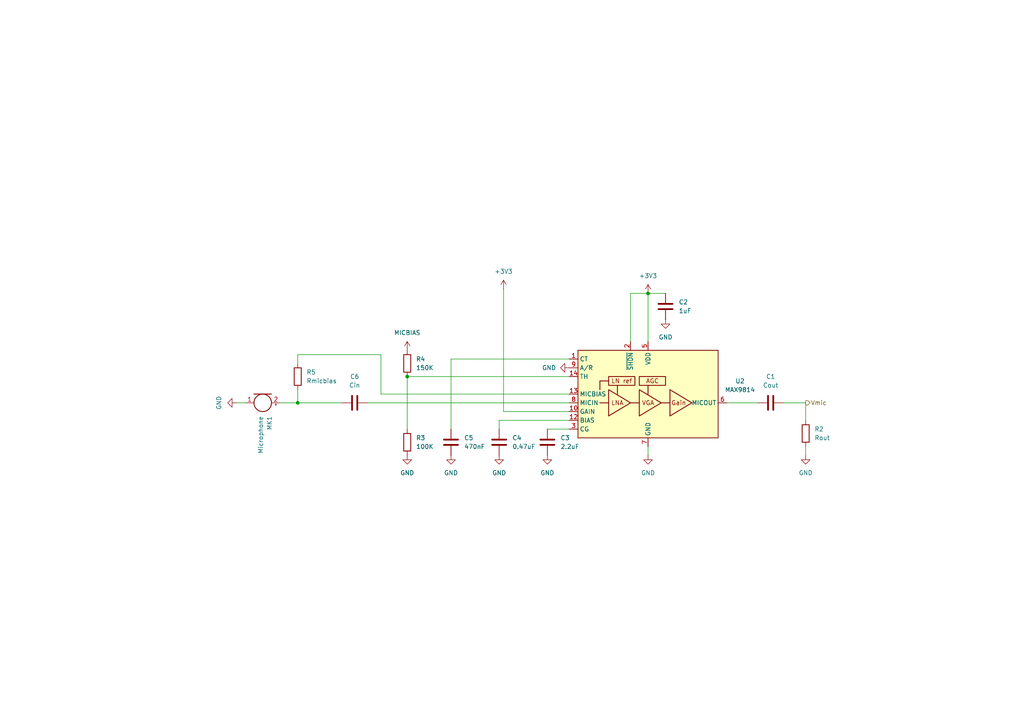
<source format=kicad_sch>
(kicad_sch (version 20231120) (generator "eeschema") (generator_version "8.0")
  (paper "A4")
  (title_block (company "Ege Turan") (comment 2 "Stanford, CA 94305") (comment 3 "Electrical Engineering Department") (comment 4 "Stanford University"))
  (lib_symbols
    (symbol "Amplifier_Audio:MAX9814"
      (property "Reference" "U" (at -20.32 13.97 0))
      (property "Value" "MAX9814" (at 11.43 13.97 0))
      (symbol "MAX9814_0_0"
        (rectangle (start -11.43 5.08) (end -3.81 2.54) (stroke (width 0.254)))
        (rectangle (start -2.54 5.08) (end 5.08 2.54) (stroke (width 0.254)))
        (polyline (pts (xy -11.43 -2.54) (xy -13.97 -2.54)) (stroke (width 0.254)))
        (polyline (pts (xy -8.89 2.54) (xy -8.89 0)) (stroke (width 0.254)))
        (polyline (pts (xy -2.54 -2.54) (xy -5.08 -2.54)) (stroke (width 0.254)))
        (polyline (pts (xy 0 2.54) (xy 0 0)) (stroke (width 0.254)))
        (polyline (pts (xy 3.81 -2.54) (xy 6.35 -2.54)) (stroke (width 0.254)))
        (polyline (pts (xy -11.43 3.81) (xy -13.97 3.81) (xy -13.97 1.27)) (stroke (width 0.254)))
        (polyline (pts (xy -5.08 -2.54) (xy -11.43 1.27) (xy -11.43 -6.35) (xy -5.08 -2.54)) (stroke (width 0.254)))
        (polyline (pts (xy 3.81 -2.54) (xy -2.54 1.27) (xy -2.54 -6.35) (xy 3.81 -2.54)) (stroke (width 0.254)))
        (polyline (pts (xy 12.7 -2.54) (xy 6.35 1.27) (xy 6.35 -6.35) (xy 12.7 -2.54)) (stroke (width 0.254)))
        (text "AGC" (at 1.27 3.81 0) (effects (font (size 1.27 1.27))))
        (text "Gain" (at 8.89 -2.54 0) (effects (font (size 1.27 1.27))))
        (text "LN ref" (at -7.62 3.81 0) (effects (font (size 1.27 1.27))))
        (text "LNA" (at -8.89 -2.54 0) (effects (font (size 1.27 1.27))))
        (text "VGA" (at 0 -2.54 0) (effects (font (size 1.27 1.27))))
      )
      (symbol "MAX9814_0_1"
        (rectangle (start -20.32 12.7) (end 20.32 -12.7) (stroke (width 0.254)) (fill (type background)))
      )
      (symbol "MAX9814_1_1"
        (pin input line (at -22.86 10.16 0) (length 2.54) (name "CT") (number "1"))
        (pin input line (at -22.86 -5.08 0) (length 2.54) (name "GAIN") (number "10"))
        (pin passive line (at 0 -15.24 90) (length 2.54) hide (name "GND") (number "11"))
        (pin passive line (at -22.86 -7.62 0) (length 2.54) (name "BIAS") (number "12"))
        (pin output line (at -22.86 0 0) (length 2.54) (name "MICBIAS") (number "13"))
        (pin input line (at -22.86 5.08 0) (length 2.54) (name "TH") (number "14"))
        (pin passive line (at 0 -15.24 90) (length 2.54) hide (name "GND") (number "15"))
        (pin input line (at -5.08 15.24 270) (length 2.54) (name "~{SHDN}") (number "2"))
        (pin passive line (at -22.86 -10.16 0) (length 2.54) (name "CG") (number "3"))
        (pin passive line (at 0 -15.24 90) (length 2.54) hide (name "GND") (number "4"))
        (pin power_in line (at 0 15.24 270) (length 2.54) (name "VDD") (number "5"))
        (pin output line (at 22.86 -2.54 180) (length 2.54) (name "MICOUT") (number "6"))
        (pin power_in line (at 0 -15.24 90) (length 2.54) (name "GND") (number "7"))
        (pin input line (at -22.86 -2.54 0) (length 2.54) (name "MICIN") (number "8"))
        (pin input line (at -22.86 7.62 0) (length 2.54) (name "A/R") (number "9"))
      )
    )
    (symbol "Device:C" (pin_numbers hide) (pin_names (offset 0.254))
      (property "Reference" "C" (at 0.635 2.54 0))
      (property "Value" "C" (at 0.635 -2.54 0))
      (symbol "C_0_1"
        (polyline (pts (xy -2.032 -0.762) (xy 2.032 -0.762)) (stroke (width 0.508)))
        (polyline (pts (xy -2.032 0.762) (xy 2.032 0.762)) (stroke (width 0.508)))
      )
      (symbol "C_1_1"
        (pin passive line (at 0 3.81 270) (length 2.794) (name "~") (number "1"))
        (pin passive line (at 0 -3.81 90) (length 2.794) (name "~") (number "2"))
      )
    )
    (symbol "Device:Microphone" (pin_names (offset 0.0254) hide)
      (property "Reference" "MK" (at -3.81 1.27 0))
      (property "Value" "Microphone" (at -3.81 -0.635 0))
      (symbol "Microphone_0_1"
        (polyline (pts (xy -2.54 2.54) (xy -2.54 -2.54)) (stroke (width 0.254)))
        (polyline (pts (xy 0.254 3.81) (xy 0.762 3.81)))
        (polyline (pts (xy 0.508 4.064) (xy 0.508 3.556)))
        (circle (center 0 0) (radius 2.54) (stroke (width 0.254)))
      )
      (symbol "Microphone_1_1"
        (pin passive line (at 0 -5.08 90) (length 2.54) (name "-") (number "1"))
        (pin passive line (at 0 5.08 270) (length 2.54) (name "+") (number "2"))
      )
    )
    (symbol "Device:R" (pin_numbers hide) (pin_names (offset 0))
      (property "Reference" "R" (at 2.032 0 90))
      (property "Value" "R" (at 0 0 90))
      (symbol "R_0_1"
        (rectangle (start -1.016 -2.54) (end 1.016 2.54) (stroke (width 0.254)))
      )
      (symbol "R_1_1"
        (pin passive line (at 0 3.81 270) (length 1.27) (name "~") (number "1"))
        (pin passive line (at 0 -3.81 90) (length 1.27) (name "~") (number "2"))
      )
    )
    (symbol "power:+3V3" (power) (pin_numbers hide) (pin_names (offset 0) hide)
      (property "Value" "+3V3" (at 0 3.556 0))
      (symbol "+3V3_0_1"
        (polyline (pts (xy -0.762 1.27) (xy 0 2.54)))
        (polyline (pts (xy 0 0) (xy 0 2.54)))
        (polyline (pts (xy 0 2.54) (xy 0.762 1.27)))
      )
      (symbol "+3V3_1_1"
        (pin power_in line (at 0 0 90) (length 0) (name "~") (number "1"))
      )
    )
    (symbol "power:GND" (power) (pin_numbers hide) (pin_names (offset 0) hide)
      (property "Value" "GND" (at 0 -3.81 0))
      (symbol "GND_0_1"
        (polyline (pts (xy 0 0) (xy 0 -1.27) (xy 1.27 -1.27) (xy 0 -2.54) (xy -1.27 -1.27) (xy 0 -1.27)))
      )
      (symbol "GND_1_1"
        (pin power_in line (at 0 0 270) (length 0) (name "~") (number "1"))
      )
    )
  )
  (junction (at 86.36 116.84))
  (junction (at 118.11 109.22))
  (junction (at 187.96 85.09))
  (wire (pts (xy 187.96 85.09) (xy 187.96 99.06)))
  (wire (pts (xy 144.78 121.92) (xy 144.78 124.46)))
  (wire (pts (xy 130.81 124.46) (xy 130.81 104.14)))
  (wire (pts (xy 187.96 85.09) (xy 193.04 85.09)))
  (wire (pts (xy 81.28 116.84) (xy 86.36 116.84)))
  (wire (pts (xy 86.36 116.84) (xy 99.06 116.84)))
  (wire (pts (xy 187.96 129.54) (xy 187.96 132.08)))
  (wire (pts (xy 106.68 116.84) (xy 165.1 116.84)))
  (wire (pts (xy 233.68 129.54) (xy 233.68 132.08)))
  (wire (pts (xy 130.81 104.14) (xy 165.1 104.14)))
  (wire (pts (xy 158.75 124.46) (xy 165.1 124.46)))
  (wire (pts (xy 110.49 102.87) (xy 86.36 102.87)))
  (wire (pts (xy 86.36 113.03) (xy 86.36 116.84)))
  (wire (pts (xy 118.11 109.22) (xy 165.1 109.22)))
  (wire (pts (xy 182.88 85.09) (xy 187.96 85.09)))
  (wire (pts (xy 110.49 114.3) (xy 165.1 114.3)))
  (wire (pts (xy 146.05 83.82) (xy 146.05 119.38)))
  (wire (pts (xy 118.11 109.22) (xy 118.11 124.46)))
  (wire (pts (xy 165.1 121.92) (xy 144.78 121.92)))
  (wire (pts (xy 210.82 116.84) (xy 219.71 116.84)))
  (wire (pts (xy 86.36 102.87) (xy 86.36 105.41)))
  (wire (pts (xy 110.49 114.3) (xy 110.49 102.87)))
  (wire (pts (xy 182.88 85.09) (xy 182.88 99.06)))
  (wire (pts (xy 71.12 116.84) (xy 68.58 116.84)))
  (wire (pts (xy 146.05 119.38) (xy 165.1 119.38)))
  (wire (pts (xy 227.33 116.84) (xy 233.68 116.84)))
  (wire (pts (xy 233.68 116.84) (xy 233.68 121.92)))
  (hierarchical_label "Vmic" (shape output) (at 233.68 116.84 0))
  (symbol (lib_id "Amplifier_Audio:MAX9814") (at 187.96 114.3 0) (unit 1)
    (property "Reference" "U2" (at 214.63 110.5214 0))
    (property "Value" "MAX9814" (at 214.63 113.0614 0))
    (property "Footprint" "Package_DFN_QFN:DFN-14-1EP_3x3mm_P0.4mm_EP1.78x2.35mm" (effects (hide yes)))
    (property "Datasheet" "https://datasheets.maximintegrated.com/en/ds/MAX9814.pdf" (effects (hide yes)))
    (property "Description" "Microphone Amplifier with AGC and Low-Noise Microphone Bias, TDFN-14" (effects (hide yes)))
  )
  (symbol (lib_id "power:GND") (at 130.81 132.08 0) (unit 1)
    (property "Reference" "#PWR012" (effects (hide yes)))
    (property "Value" "GND" (at 130.81 137.16 0))
    (property "Description" "Power symbol creates a global label with name \"GND\" , ground" (effects (hide yes)))
  )
  (symbol (lib_id "power:GND") (at 158.75 132.08 0) (unit 1)
    (property "Reference" "#PWR09" (effects (hide yes)))
    (property "Value" "GND" (at 158.75 137.16 0))
    (property "Description" "Power symbol creates a global label with name \"GND\" , ground" (effects (hide yes)))
  )
  (symbol (lib_id "Device:R") (at 233.68 125.73 0) (unit 1)
    (property "Reference" "R2" (at 236.22 124.4599 0) (effects (justify left)))
    (property "Value" "Rout" (at 236.22 126.9999 0) (effects (justify left)))
    (property "Description" "Resistor" (effects (hide yes)))
  )
  (symbol (lib_id "power:+3V3") (at 146.05 83.82 0) (unit 1)
    (property "Reference" "#PWR010" (effects (hide yes)))
    (property "Value" "+3V3" (at 146.05 78.74 0))
    (property "Description" "Power symbol creates a global label with name \"+3V3\"" (effects (hide yes)))
  )
  (symbol (lib_id "power:+3V3") (at 187.96 85.09 0) (unit 1)
    (property "Reference" "#PWR07" (effects (hide yes)))
    (property "Value" "+3V3" (at 187.96 80.01 0))
    (property "Description" "Power symbol creates a global label with name \"+3V3\"" (effects (hide yes)))
  )
  (symbol (lib_id "power:GND") (at 68.58 116.84 270) (unit 1)
    (property "Reference" "#PWR015" (effects (hide yes)))
    (property "Value" "GND" (at 63.5 116.84 0))
    (property "Description" "Power symbol creates a global label with name \"GND\" , ground" (effects (hide yes)))
  )
  (symbol (lib_id "power:GND") (at 193.04 92.71 0) (unit 1)
    (property "Reference" "#PWR05" (effects (hide yes)))
    (property "Value" "GND" (at 193.04 97.79 0))
    (property "Description" "Power symbol creates a global label with name \"GND\" , ground" (effects (hide yes)))
  )
  (symbol (lib_id "Device:C") (at 130.81 128.27 0) (unit 1)
    (property "Reference" "C5" (at 134.62 126.9999 0) (effects (justify left)))
    (property "Value" "470nF" (at 134.62 129.5399 0) (effects (justify left)))
    (property "Description" "Unpolarized capacitor" (effects (hide yes)))
  )
  (symbol (lib_id "power:GND") (at 233.68 132.08 0) (unit 1)
    (property "Reference" "#PWR04" (effects (hide yes)))
    (property "Value" "GND" (at 233.68 137.16 0))
    (property "Description" "Power symbol creates a global label with name \"GND\" , ground" (effects (hide yes)))
  )
  (symbol (lib_id "Device:C") (at 144.78 128.27 0) (unit 1)
    (property "Reference" "C4" (at 148.59 126.9999 0) (effects (justify left)))
    (property "Value" "0.47uF" (at 148.59 129.5399 0) (effects (justify left)))
    (property "Description" "Unpolarized capacitor" (effects (hide yes)))
  )
  (symbol (lib_id "Device:C") (at 158.75 128.27 0) (unit 1)
    (property "Reference" "C3" (at 162.56 126.9999 0) (effects (justify left)))
    (property "Value" "2.2uF" (at 162.56 129.5399 0) (effects (justify left)))
    (property "Description" "Unpolarized capacitor" (effects (hide yes)))
  )
  (symbol (lib_id "Device:Microphone") (at 76.2 116.84 270) (unit 1)
    (property "Reference" "MK1" (at 78.1686 120.65 0) (effects (justify left)))
    (property "Value" "Microphone" (at 75.6286 120.65 0) (effects (justify left)))
    (property "Description" "Microphone" (effects (hide yes)))
  )
  (symbol (lib_id "power:GND") (at 165.1 106.68 270) (unit 1)
    (property "Reference" "#PWR08" (effects (hide yes)))
    (property "Value" "GND" (at 161.29 106.6799 90) (effects (justify right)))
    (property "Description" "Power symbol creates a global label with name \"GND\" , ground" (effects (hide yes)))
  )
  (symbol (lib_id "power:GND") (at 118.11 132.08 0) (unit 1)
    (property "Reference" "#PWR013" (effects (hide yes)))
    (property "Value" "GND" (at 118.11 137.16 0))
    (property "Description" "Power symbol creates a global label with name \"GND\" , ground" (effects (hide yes)))
  )
  (symbol (lib_id "power:+3V3") (at 118.11 101.6 0) (unit 1)
    (property "Reference" "#PWR014" (effects (hide yes)))
    (property "Value" "MICBIAS" (at 118.11 96.52 0))
    (property "Description" "Power symbol creates a global label with name \"+3V3\"" (effects (hide yes)))
  )
  (symbol (lib_id "Device:C") (at 193.04 88.9 0) (unit 1)
    (property "Reference" "C2" (at 196.85 87.6299 0) (effects (justify left)))
    (property "Value" "1uF" (at 196.85 90.1699 0) (effects (justify left)))
    (property "Description" "Unpolarized capacitor" (effects (hide yes)))
  )
  (symbol (lib_id "Device:R") (at 118.11 128.27 0) (unit 1)
    (property "Reference" "R3" (at 120.65 126.9999 0) (effects (justify left)))
    (property "Value" "100K" (at 120.65 129.5399 0) (effects (justify left)))
    (property "Description" "Resistor" (effects (hide yes)))
  )
  (symbol (lib_id "Device:R") (at 118.11 105.41 0) (unit 1)
    (property "Reference" "R4" (at 120.65 104.1399 0) (effects (justify left)))
    (property "Value" "150K" (at 120.65 106.6799 0) (effects (justify left)))
    (property "Description" "Resistor" (effects (hide yes)))
  )
  (symbol (lib_id "Device:R") (at 86.36 109.22 0) (unit 1)
    (property "Reference" "R5" (at 88.9 107.9499 0) (effects (justify left)))
    (property "Value" "Rmicbias" (at 88.9 110.4899 0) (effects (justify left)))
    (property "Description" "Resistor" (effects (hide yes)))
  )
  (symbol (lib_id "power:GND") (at 187.96 132.08 0) (unit 1)
    (property "Reference" "#PWR06" (effects (hide yes)))
    (property "Value" "GND" (at 187.96 137.16 0))
    (property "Description" "Power symbol creates a global label with name \"GND\" , ground" (effects (hide yes)))
  )
  (symbol (lib_id "Device:C") (at 102.87 116.84 90) (unit 1)
    (property "Reference" "C6" (at 102.87 109.22 90))
    (property "Value" "Cin" (at 102.87 111.76 90))
    (property "Description" "Unpolarized capacitor" (effects (hide yes)))
  )
  (symbol (lib_id "Device:C") (at 223.52 116.84 90) (unit 1)
    (property "Reference" "C1" (at 223.52 109.22 90))
    (property "Value" "Cout" (at 223.52 111.76 90))
    (property "Description" "Unpolarized capacitor" (effects (hide yes)))
  )
  (symbol (lib_id "power:GND") (at 144.78 132.08 0) (unit 1)
    (property "Reference" "#PWR011" (effects (hide yes)))
    (property "Value" "GND" (at 144.78 137.16 0))
    (property "Description" "Power symbol creates a global label with name \"GND\" , ground" (effects (hide yes)))
  )
)
</source>
